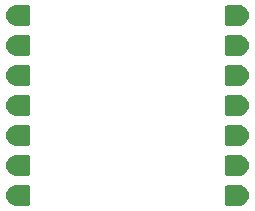
<source format=gbr>
G04 EAGLE Gerber RS-274X export*
G75*
%MOMM*%
%FSLAX34Y34*%
%LPD*%
%INSolderpaste Top*%
%IPPOS*%
%AMOC8*
5,1,8,0,0,1.08239X$1,22.5*%
G01*
G04 Define Apertures*
G36*
X112450Y32450D02*
X112363Y31793D01*
X112110Y31180D01*
X111706Y30654D01*
X111180Y30250D01*
X110567Y29997D01*
X109910Y29910D01*
X101020Y29910D01*
X99286Y30081D01*
X97618Y30587D01*
X96081Y31408D01*
X94734Y32514D01*
X93628Y33861D01*
X92807Y35398D01*
X92301Y37066D01*
X92130Y38800D01*
X92301Y40534D01*
X92807Y42202D01*
X93628Y43739D01*
X94734Y45086D01*
X96081Y46192D01*
X97618Y47013D01*
X99286Y47519D01*
X101020Y47690D01*
X109910Y47690D01*
X110567Y47603D01*
X111180Y47350D01*
X111706Y46946D01*
X112110Y46420D01*
X112363Y45807D01*
X112450Y45150D01*
X112450Y32450D01*
G37*
G36*
X112450Y57850D02*
X112363Y57193D01*
X112110Y56580D01*
X111706Y56054D01*
X111180Y55650D01*
X110567Y55397D01*
X109910Y55310D01*
X101020Y55310D01*
X99286Y55481D01*
X97618Y55987D01*
X96081Y56808D01*
X94734Y57914D01*
X93628Y59261D01*
X92807Y60798D01*
X92301Y62466D01*
X92130Y64200D01*
X92301Y65934D01*
X92807Y67602D01*
X93628Y69139D01*
X94734Y70486D01*
X96081Y71592D01*
X97618Y72413D01*
X99286Y72919D01*
X101020Y73090D01*
X109910Y73090D01*
X110567Y73003D01*
X111180Y72750D01*
X111706Y72346D01*
X112110Y71820D01*
X112363Y71207D01*
X112450Y70550D01*
X112450Y57850D01*
G37*
G36*
X112450Y83250D02*
X112363Y82593D01*
X112110Y81980D01*
X111706Y81454D01*
X111180Y81050D01*
X110567Y80797D01*
X109910Y80710D01*
X101020Y80710D01*
X99286Y80881D01*
X97618Y81387D01*
X96081Y82208D01*
X94734Y83314D01*
X93628Y84661D01*
X92807Y86198D01*
X92301Y87866D01*
X92130Y89600D01*
X92301Y91334D01*
X92807Y93002D01*
X93628Y94539D01*
X94734Y95886D01*
X96081Y96992D01*
X97618Y97813D01*
X99286Y98319D01*
X101020Y98490D01*
X109910Y98490D01*
X110567Y98403D01*
X111180Y98150D01*
X111706Y97746D01*
X112110Y97220D01*
X112363Y96607D01*
X112450Y95950D01*
X112450Y83250D01*
G37*
G36*
X112450Y108650D02*
X112363Y107993D01*
X112110Y107380D01*
X111706Y106854D01*
X111180Y106450D01*
X110567Y106197D01*
X109910Y106110D01*
X101020Y106110D01*
X99286Y106281D01*
X97618Y106787D01*
X96081Y107608D01*
X94734Y108714D01*
X93628Y110061D01*
X92807Y111598D01*
X92301Y113266D01*
X92130Y115000D01*
X92301Y116734D01*
X92807Y118402D01*
X93628Y119939D01*
X94734Y121286D01*
X96081Y122392D01*
X97618Y123213D01*
X99286Y123719D01*
X101020Y123890D01*
X109910Y123890D01*
X110567Y123803D01*
X111180Y123550D01*
X111706Y123146D01*
X112110Y122620D01*
X112363Y122007D01*
X112450Y121350D01*
X112450Y108650D01*
G37*
G36*
X112450Y134050D02*
X112363Y133393D01*
X112110Y132780D01*
X111706Y132254D01*
X111180Y131850D01*
X110567Y131597D01*
X109910Y131510D01*
X101020Y131510D01*
X99286Y131681D01*
X97618Y132187D01*
X96081Y133008D01*
X94734Y134114D01*
X93628Y135461D01*
X92807Y136998D01*
X92301Y138666D01*
X92130Y140400D01*
X92301Y142134D01*
X92807Y143802D01*
X93628Y145339D01*
X94734Y146686D01*
X96081Y147792D01*
X97618Y148613D01*
X99286Y149119D01*
X101020Y149290D01*
X109910Y149290D01*
X110567Y149203D01*
X111180Y148950D01*
X111706Y148546D01*
X112110Y148020D01*
X112363Y147407D01*
X112450Y146750D01*
X112450Y134050D01*
G37*
G36*
X112450Y159450D02*
X112363Y158793D01*
X112110Y158180D01*
X111706Y157654D01*
X111180Y157250D01*
X110567Y156997D01*
X109910Y156910D01*
X101020Y156910D01*
X99286Y157081D01*
X97618Y157587D01*
X96081Y158408D01*
X94734Y159514D01*
X93628Y160861D01*
X92807Y162398D01*
X92301Y164066D01*
X92130Y165800D01*
X92301Y167534D01*
X92807Y169202D01*
X93628Y170739D01*
X94734Y172086D01*
X96081Y173192D01*
X97618Y174013D01*
X99286Y174519D01*
X101020Y174690D01*
X109910Y174690D01*
X110567Y174603D01*
X111180Y174350D01*
X111706Y173946D01*
X112110Y173420D01*
X112363Y172807D01*
X112450Y172150D01*
X112450Y159450D01*
G37*
G36*
X112450Y184850D02*
X112363Y184193D01*
X112110Y183580D01*
X111706Y183054D01*
X111180Y182650D01*
X110567Y182397D01*
X109910Y182310D01*
X101020Y182310D01*
X99286Y182481D01*
X97618Y182987D01*
X96081Y183808D01*
X94734Y184914D01*
X93628Y186261D01*
X92807Y187798D01*
X92301Y189466D01*
X92130Y191200D01*
X92301Y192934D01*
X92807Y194602D01*
X93628Y196139D01*
X94734Y197486D01*
X96081Y198592D01*
X97618Y199413D01*
X99286Y199919D01*
X101020Y200090D01*
X109910Y200090D01*
X110567Y200003D01*
X111180Y199750D01*
X111706Y199346D01*
X112110Y198820D01*
X112363Y198207D01*
X112450Y197550D01*
X112450Y184850D01*
G37*
G36*
X277550Y45150D02*
X277637Y45807D01*
X277890Y46420D01*
X278294Y46946D01*
X278820Y47350D01*
X279433Y47603D01*
X280090Y47690D01*
X288980Y47690D01*
X290714Y47519D01*
X292382Y47013D01*
X293919Y46192D01*
X295266Y45086D01*
X296372Y43739D01*
X297193Y42202D01*
X297699Y40534D01*
X297870Y38800D01*
X297699Y37066D01*
X297193Y35398D01*
X296372Y33861D01*
X295266Y32514D01*
X293919Y31408D01*
X292382Y30587D01*
X290714Y30081D01*
X288980Y29910D01*
X280090Y29910D01*
X279433Y29997D01*
X278820Y30250D01*
X278294Y30654D01*
X277890Y31180D01*
X277637Y31793D01*
X277550Y32450D01*
X277550Y45150D01*
G37*
G36*
X277550Y70550D02*
X277637Y71207D01*
X277890Y71820D01*
X278294Y72346D01*
X278820Y72750D01*
X279433Y73003D01*
X280090Y73090D01*
X288980Y73090D01*
X290714Y72919D01*
X292382Y72413D01*
X293919Y71592D01*
X295266Y70486D01*
X296372Y69139D01*
X297193Y67602D01*
X297699Y65934D01*
X297870Y64200D01*
X297699Y62466D01*
X297193Y60798D01*
X296372Y59261D01*
X295266Y57914D01*
X293919Y56808D01*
X292382Y55987D01*
X290714Y55481D01*
X288980Y55310D01*
X280090Y55310D01*
X279433Y55397D01*
X278820Y55650D01*
X278294Y56054D01*
X277890Y56580D01*
X277637Y57193D01*
X277550Y57850D01*
X277550Y70550D01*
G37*
G36*
X277550Y95950D02*
X277637Y96607D01*
X277890Y97220D01*
X278294Y97746D01*
X278820Y98150D01*
X279433Y98403D01*
X280090Y98490D01*
X288980Y98490D01*
X290714Y98319D01*
X292382Y97813D01*
X293919Y96992D01*
X295266Y95886D01*
X296372Y94539D01*
X297193Y93002D01*
X297699Y91334D01*
X297870Y89600D01*
X297699Y87866D01*
X297193Y86198D01*
X296372Y84661D01*
X295266Y83314D01*
X293919Y82208D01*
X292382Y81387D01*
X290714Y80881D01*
X288980Y80710D01*
X280090Y80710D01*
X279433Y80797D01*
X278820Y81050D01*
X278294Y81454D01*
X277890Y81980D01*
X277637Y82593D01*
X277550Y83250D01*
X277550Y95950D01*
G37*
G36*
X277550Y121350D02*
X277637Y122007D01*
X277890Y122620D01*
X278294Y123146D01*
X278820Y123550D01*
X279433Y123803D01*
X280090Y123890D01*
X288980Y123890D01*
X290714Y123719D01*
X292382Y123213D01*
X293919Y122392D01*
X295266Y121286D01*
X296372Y119939D01*
X297193Y118402D01*
X297699Y116734D01*
X297870Y115000D01*
X297699Y113266D01*
X297193Y111598D01*
X296372Y110061D01*
X295266Y108714D01*
X293919Y107608D01*
X292382Y106787D01*
X290714Y106281D01*
X288980Y106110D01*
X280090Y106110D01*
X279433Y106197D01*
X278820Y106450D01*
X278294Y106854D01*
X277890Y107380D01*
X277637Y107993D01*
X277550Y108650D01*
X277550Y121350D01*
G37*
G36*
X277550Y146750D02*
X277637Y147407D01*
X277890Y148020D01*
X278294Y148546D01*
X278820Y148950D01*
X279433Y149203D01*
X280090Y149290D01*
X288980Y149290D01*
X290714Y149119D01*
X292382Y148613D01*
X293919Y147792D01*
X295266Y146686D01*
X296372Y145339D01*
X297193Y143802D01*
X297699Y142134D01*
X297870Y140400D01*
X297699Y138666D01*
X297193Y136998D01*
X296372Y135461D01*
X295266Y134114D01*
X293919Y133008D01*
X292382Y132187D01*
X290714Y131681D01*
X288980Y131510D01*
X280090Y131510D01*
X279433Y131597D01*
X278820Y131850D01*
X278294Y132254D01*
X277890Y132780D01*
X277637Y133393D01*
X277550Y134050D01*
X277550Y146750D01*
G37*
G36*
X277550Y172150D02*
X277637Y172807D01*
X277890Y173420D01*
X278294Y173946D01*
X278820Y174350D01*
X279433Y174603D01*
X280090Y174690D01*
X288980Y174690D01*
X290714Y174519D01*
X292382Y174013D01*
X293919Y173192D01*
X295266Y172086D01*
X296372Y170739D01*
X297193Y169202D01*
X297699Y167534D01*
X297870Y165800D01*
X297699Y164066D01*
X297193Y162398D01*
X296372Y160861D01*
X295266Y159514D01*
X293919Y158408D01*
X292382Y157587D01*
X290714Y157081D01*
X288980Y156910D01*
X280090Y156910D01*
X279433Y156997D01*
X278820Y157250D01*
X278294Y157654D01*
X277890Y158180D01*
X277637Y158793D01*
X277550Y159450D01*
X277550Y172150D01*
G37*
G36*
X277550Y197550D02*
X277637Y198207D01*
X277890Y198820D01*
X278294Y199346D01*
X278820Y199750D01*
X279433Y200003D01*
X280090Y200090D01*
X288980Y200090D01*
X290714Y199919D01*
X292382Y199413D01*
X293919Y198592D01*
X295266Y197486D01*
X296372Y196139D01*
X297193Y194602D01*
X297699Y192934D01*
X297870Y191200D01*
X297699Y189466D01*
X297193Y187798D01*
X296372Y186261D01*
X295266Y184914D01*
X293919Y183808D01*
X292382Y182987D01*
X290714Y182481D01*
X288980Y182310D01*
X280090Y182310D01*
X279433Y182397D01*
X278820Y182650D01*
X278294Y183054D01*
X277890Y183580D01*
X277637Y184193D01*
X277550Y184850D01*
X277550Y197550D01*
G37*
M02*

</source>
